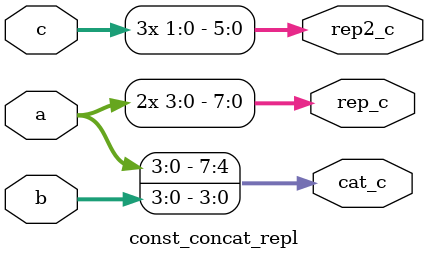
<source format=sv>


module const_concat_repl (
    input  wire [3:0] a,
    input  wire [3:0] b,
    input  wire [1:0] c,
    output wire [7:0] cat_c,   // {a, b}
    output wire [7:0] rep_c,   // replicate a twice
    output wire [5:0] rep2_c   // replicate c three times
);
    assign cat_c   = { a, b };            // 8 bits
    assign rep_c   = { a, a };            // 8 bits (two copies of 4-bit a)
    assign rep2_c  = { c, c, c };         // 6 bits (three copies of 2-bit c)
endmodule

</source>
